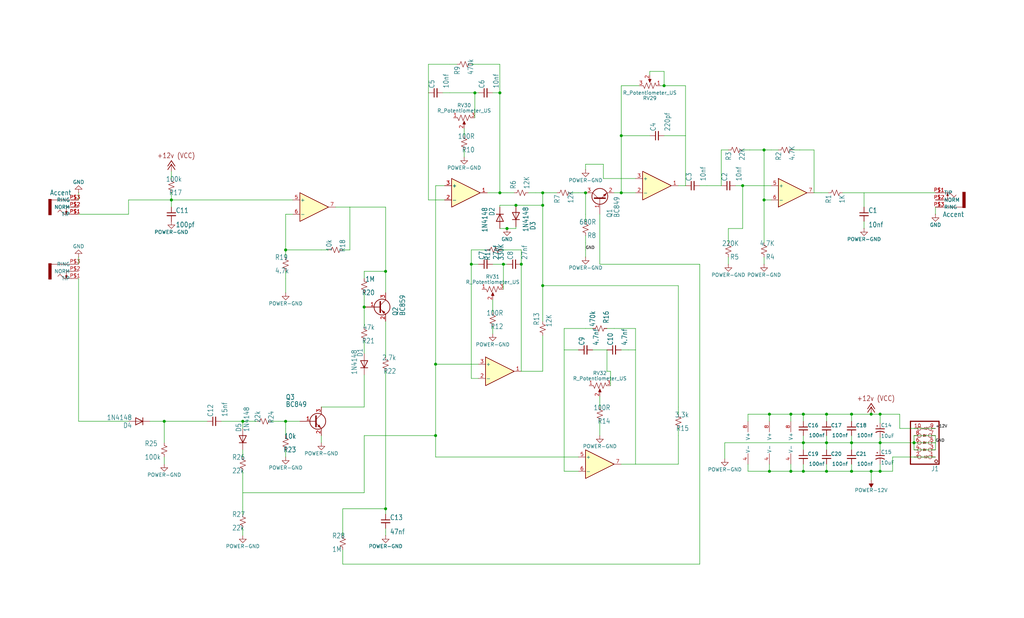
<source format=kicad_sch>
(kicad_sch (version 20231120) (generator "eeschema") (generator_version "8.0")
  (paper "User" 364.236 219.812)
  (lib_symbols
    (symbol "909 Rim-eagle-import:HEADER-EUROPWR_2X05-OPEN"
      (property "Reference" "J" (at -1.27 8.255 0))
      (symbol "HEADER-EUROPWR_2X05-OPEN_1_0"
        (text "+12" (at 3.81 -5.08 0) (effects (font (size 0.762 0.6477))))
        (text "-12" (at 3.81 5.08 0) (effects (font (size 0.762 0.6477))))
        (text "0V" (at 3.81 -2.54 0) (effects (font (size 0.762 0.6477))))
        (text "0V" (at 3.81 0 0) (effects (font (size 0.762 0.6477))))
        (text "0V" (at 3.81 2.54 0) (effects (font (size 0.762 0.6477))))
        (pin passive inverted (at 0 5.08 0) (length 2.54) (name "1") (number "1"))
        (pin passive inverted (at 7.62 -5.08 180) (length 2.54) (name "10") (number "10"))
        (pin passive inverted (at 7.62 5.08 180) (length 2.54) (name "2") (number "2"))
        (pin passive inverted (at 0 2.54 0) (length 2.54) (name "3") (number "3"))
        (pin passive inverted (at 7.62 2.54 180) (length 2.54) (name "4") (number "4"))
        (pin passive inverted (at 0 0 0) (length 2.54) (name "5") (number "5"))
        (pin passive inverted (at 7.62 0 180) (length 2.54) (name "6") (number "6"))
        (pin passive inverted (at 0 -2.54 0) (length 2.54) (name "7") (number "7"))
        (pin passive inverted (at 7.62 -2.54 180) (length 2.54) (name "8") (number "8"))
        (pin passive inverted (at 0 -5.08 0) (length 2.54) (name "9") (number "9"))
      )
    )
    (symbol "909 Rim-eagle-import:JACK_KOBICONN_PJM301DM_V2"
      (symbol "JACK_KOBICONN_PJM301DM_V2_1_0"
        (pin passive line (at -5.08 2.54 0) (length 2.54) (name "TIP") (number "P$1"))
        (pin passive line (at -5.08 0 0) (length 2.54) (name "NORM") (number "P$2"))
        (pin passive line (at -5.08 -2.54 0) (length 2.54) (name "RING") (number "P$3"))
      )
    )
    (symbol "909 Rim-eagle-import:POWER+12V" (power)
      (symbol "POWER+12V_1_0"
        (text "+12v (VCC)" (at -5.08 2.032 0) (effects (font (size 1.778 1.5113)) (justify left bottom)))
        (pin power_in line (at 0 -2.54 90) (length 2.54) (name "+12V") (number "1"))
      )
    )
    (symbol "Amplifier_Operational:TL072" (pin_names (offset 0.127))
      (property "Reference" "U" (at 0 5.08 0))
      (property "Value" "TL072" (at 0 -5.08 0))
      (symbol "TL072_1_1"
        (pin output line (at 7.62 0 180) (length 2.54) (name "~") (number "1"))
        (pin input line (at -7.62 -2.54 0) (length 2.54) (name "-") (number "2"))
        (pin input line (at -7.62 2.54 0) (length 2.54) (name "+") (number "3"))
      )
      (symbol "TL072_2_1"
        (pin input line (at -7.62 2.54 0) (length 2.54) (name "+") (number "5"))
        (pin input line (at -7.62 -2.54 0) (length 2.54) (name "-") (number "6"))
        (pin output line (at 7.62 0 180) (length 2.54) (name "~") (number "7"))
      )
      (symbol "TL072_3_1"
        (pin power_in line (at -2.54 -7.62 90) (length 3.81) (name "V-") (number "4"))
        (pin power_in line (at -2.54 7.62 270) (length 3.81) (name "V+") (number "8"))
      )
    )
    (symbol "Device:C_Polarized_Small_US" (pin_numbers hide) (pin_names (offset 0.254) hide)
      (property "Reference" "C" (at 0.254 1.778 0))
      (property "Value" "C_Polarized_Small_US" (at 0.254 -2.032 0))
      (symbol "C_Polarized_Small_US_1_1"
        (pin passive line (at 0 2.54 270) (length 2.032) (name "~") (number "1"))
        (pin passive line (at 0 -2.54 90) (length 2.032) (name "~") (number "2"))
      )
    )
    (symbol "Device:C_Small" (pin_numbers hide) (pin_names (offset 0.254) hide)
      (property "Reference" "C" (at 0.254 1.778 0))
      (property "Value" "C_Small" (at 0.254 -2.032 0))
      (symbol "C_Small_1_1"
        (pin passive line (at 0 2.54 270) (length 2.032) (name "~") (number "1"))
        (pin passive line (at 0 -2.54 90) (length 2.032) (name "~") (number "2"))
      )
    )
    (symbol "Device:R_Potentiometer_US" (pin_names (offset 1.016) hide)
      (property "Reference" "RV" (at -4.445 0 90))
      (property "Value" "R_Potentiometer_US" (at -2.54 0 90))
      (symbol "R_Potentiometer_US_1_1"
        (pin passive line (at 0 3.81 270) (length 1.27) (name "1") (number "1"))
        (pin passive line (at 3.81 0 180) (length 1.27) (name "2") (number "2"))
        (pin passive line (at 0 -3.81 90) (length 1.27) (name "3") (number "3"))
      )
    )
    (symbol "Device:R_Small_US" (pin_numbers hide) (pin_names (offset 0.254) hide)
      (property "Reference" "R" (at 0.762 0.508 0))
      (property "Value" "R_Small_US" (at 0.762 -1.016 0))
      (symbol "R_Small_US_1_1"
        (pin passive line (at 0 2.54 270) (length 1.016) (name "~") (number "1"))
        (pin passive line (at 0 -2.54 90) (length 1.016) (name "~") (number "2"))
      )
    )
    (symbol "Diode:1N4148WS" (pin_numbers hide) (pin_names hide)
      (property "Reference" "D" (at 0 2.54 0))
      (property "Value" "1N4148WS" (at 0 -2.54 0))
      (symbol "1N4148WS_1_1"
        (pin passive line (at -3.81 0 0) (length 2.54) (name "K") (number "1"))
        (pin passive line (at 3.81 0 180) (length 2.54) (name "A") (number "2"))
      )
    )
    (symbol "Transistor_BJT:BC849" (pin_names (offset 0) hide)
      (property "Reference" "Q" (at 5.08 1.905 0))
      (property "Value" "BC849" (at 5.08 0 0))
      (symbol "BC849_1_1"
        (pin input line (at -5.08 0 0) (length 5.715) (name "B") (number "1"))
        (pin passive line (at 2.54 -5.08 90) (length 2.54) (name "E") (number "2"))
        (pin passive line (at 2.54 5.08 270) (length 2.54) (name "C") (number "3"))
      )
    )
    (symbol "Transistor_BJT:BC859" (pin_names (offset 0) hide)
      (property "Reference" "Q" (at 5.08 1.905 0))
      (property "Value" "BC859" (at 5.08 0 0))
      (symbol "BC859_1_1"
        (pin input line (at -5.08 0 0) (length 5.715) (name "B") (number "1"))
        (pin passive line (at 2.54 -5.08 90) (length 2.54) (name "E") (number "2"))
        (pin passive line (at 2.54 5.08 270) (length 2.54) (name "C") (number "3"))
      )
    )
    (symbol "power:-12V" (power) (pin_numbers hide) (pin_names (offset 0) hide)
      (property "Value" "-12V" (at 0 3.556 0))
      (symbol "-12V_0_0"
        (pin power_in line (at 0 0 90) (length 0) (name "~") (number "1"))
      )
    )
    (symbol "power:GND" (power) (pin_numbers hide) (pin_names (offset 0) hide)
      (property "Value" "GND" (at 0 -3.81 0))
      (symbol "GND_1_1"
        (pin power_in line (at 0 0 270) (length 0) (name "~") (number "1"))
      )
    )
  )
  (junction (at 137.16 180.975))
  (junction (at 193.04 68.58))
  (junction (at 129.54 109.22))
  (junction (at 271.78 53.34))
  (junction (at 60.96 71.12))
  (junction (at 273.685 147.32))
  (junction (at 236.22 30.48))
  (junction (at 220.98 68.58))
  (junction (at 208.28 68.58))
  (junction (at 193.04 73.025))
  (junction (at 285.75 147.32))
  (junction (at 285.75 157.48))
  (junction (at 183.515 73.025))
  (junction (at 86.36 149.86))
  (junction (at 281.305 147.32))
  (junction (at 294.005 167.64))
  (junction (at 167.64 93.98))
  (junction (at 177.8 68.58))
  (junction (at 313.055 157.48))
  (junction (at 137.16 96.52))
  (junction (at 309.88 147.32))
  (junction (at 302.895 157.48))
  (junction (at 325.12 157.48))
  (junction (at 313.055 167.64))
  (junction (at 313.055 147.32))
  (junction (at 302.895 167.64))
  (junction (at 294.005 157.48))
  (junction (at 58.42 149.86))
  (junction (at 273.685 167.64))
  (junction (at 154.94 154.94))
  (junction (at 180.34 81.28))
  (junction (at 285.75 167.64))
  (junction (at 193.04 101.6))
  (junction (at 179.07 93.98))
  (junction (at 281.305 167.64))
  (junction (at 220.98 48.26))
  (junction (at 302.895 147.32))
  (junction (at 309.88 167.64))
  (junction (at 101.6 88.9))
  (junction (at 177.8 33.02))
  (junction (at 154.94 129.54))
  (junction (at 168.91 33.02))
  (junction (at 271.78 71.12))
  (junction (at 185.42 93.98))
  (junction (at 101.6 149.86))
  (junction (at 294.005 147.32))
  (junction (at 264.16 66.04))
  (wire (pts (xy 96.52 149.86) (xy 99.06 149.86)))
  (wire (pts (xy 218.44 116.84) (xy 226.06 116.84)) (stroke (width 0.1524)))
  (wire (pts (xy 27.94 91.44) (xy 27.94 93.98)))
  (wire (pts (xy 241.3 152.4) (xy 241.3 154.94)))
  (wire (pts (xy 285.75 154.94) (xy 285.75 157.48)))
  (wire (pts (xy 187.96 68.58) (xy 190.5 68.58)))
  (wire (pts (xy 121.92 88.9) (xy 124.46 88.9)))
  (wire (pts (xy 185.42 88.9) (xy 185.42 93.98)) (stroke (width 0.1524)))
  (wire (pts (xy 152.4 71.12) (xy 158.115 71.12)) (stroke (width 0.1524)))
  (wire (pts (xy 285.75 157.48) (xy 294.005 157.48)) (stroke (width 0.1524)))
  (wire (pts (xy 294.005 147.32) (xy 302.895 147.32)) (stroke (width 0.1524)))
  (wire (pts (xy 208.28 116.84) (xy 200.66 116.84)) (stroke (width 0.1524)))
  (wire (pts (xy 154.94 162.56) (xy 205.74 162.56)) (stroke (width 0.1524)))
  (wire (pts (xy 154.94 154.94) (xy 154.94 162.56)) (stroke (width 0.1524)))
  (wire (pts (xy 309.88 170.815) (xy 309.88 167.64)))
  (wire (pts (xy 101.6 96.52) (xy 101.6 99.06)))
  (wire (pts (xy 266.065 167.64) (xy 266.065 165.1)) (stroke (width 0.1524)))
  (wire (pts (xy 294.005 165.1) (xy 294.005 167.64)))
  (wire (pts (xy 256.54 53.34) (xy 259.08 53.34)))
  (wire (pts (xy 168.91 33.02) (xy 168.91 41.91)) (stroke (width 0.1524)))
  (wire (pts (xy 294.005 154.94) (xy 294.005 157.48)))
  (wire (pts (xy 183.515 73.025) (xy 193.04 73.025)) (stroke (width 0.1524)))
  (wire (pts (xy 86.36 170.18) (xy 86.36 175.26)) (stroke (width 0.1524)))
  (wire (pts (xy 217.17 132.08) (xy 217.17 137.16)) (stroke (width 0.1524)))
  (wire (pts (xy 129.54 106.68) (xy 129.54 109.22)) (stroke (width 0.1524)))
  (wire (pts (xy 58.42 149.86) (xy 73.66 149.86)) (stroke (width 0.1524)))
  (wire (pts (xy 193.04 73.025) (xy 193.04 68.58)) (stroke (width 0.1524)))
  (wire (pts (xy 121.92 200.66) (xy 121.92 198.12)) (stroke (width 0.1524)))
  (wire (pts (xy 313.055 147.32) (xy 320.04 147.32)) (stroke (width 0.1524)))
  (wire (pts (xy 27.94 76.2) (xy 45.72 76.2)) (stroke (width 0.1524)))
  (wire (pts (xy 208.28 88.9) (xy 208.28 91.44)))
  (wire (pts (xy 78.74 149.86) (xy 86.36 149.86)) (stroke (width 0.1524)))
  (wire (pts (xy 302.895 165.1) (xy 302.895 167.64)))
  (wire (pts (xy 313.055 167.64) (xy 317.5 167.64)) (stroke (width 0.1524)))
  (wire (pts (xy 208.28 58.42) (xy 208.28 60.325)))
  (wire (pts (xy 208.28 76.2) (xy 208.28 78.74)))
  (wire (pts (xy 154.94 66.04) (xy 154.94 129.54)) (stroke (width 0.1524)))
  (wire (pts (xy 213.36 76.2) (xy 213.36 93.98)) (stroke (width 0.1524)))
  (wire (pts (xy 177.8 33.02) (xy 177.8 68.58)) (stroke (width 0.1524)))
  (wire (pts (xy 129.54 96.52) (xy 129.54 99.06)))
  (wire (pts (xy 45.72 71.12) (xy 60.96 71.12)) (stroke (width 0.1524)))
  (wire (pts (xy 86.36 175.26) (xy 129.54 175.26)) (stroke (width 0.1524)))
  (wire (pts (xy 86.36 180.34) (xy 86.36 182.88)))
  (wire (pts (xy 325.12 152.4) (xy 320.04 152.4)) (stroke (width 0.1524)))
  (wire (pts (xy 294.005 157.48) (xy 294.005 160.02)))
  (wire (pts (xy 313.055 147.32) (xy 313.055 150.495)))
  (wire (pts (xy 167.64 134.62) (xy 167.64 93.98)) (stroke (width 0.1524)))
  (wire (pts (xy 60.96 71.12) (xy 104.14 71.12)) (stroke (width 0.1524)))
  (wire (pts (xy 177.8 73.025) (xy 177.8 73.66)) (stroke (width 0.1524)))
  (wire (pts (xy 129.54 96.52) (xy 137.16 96.52)) (stroke (width 0.1524)))
  (wire (pts (xy 281.94 53.34) (xy 284.48 53.34)))
  (wire (pts (xy 213.36 149.86) (xy 213.36 154.94)) (stroke (width 0.1524)))
  (wire (pts (xy 88.9 149.86) (xy 91.44 149.86)))
  (wire (pts (xy 173.355 68.58) (xy 177.8 68.58)) (stroke (width 0.1524)))
  (wire (pts (xy 213.36 93.98) (xy 248.92 93.98)) (stroke (width 0.1524)))
  (wire (pts (xy 101.6 88.9) (xy 101.6 91.44)))
  (wire (pts (xy 302.895 157.48) (xy 313.055 157.48)) (stroke (width 0.1524)))
  (wire (pts (xy 160.02 33.02) (xy 168.91 33.02)) (stroke (width 0.1524)))
  (wire (pts (xy 215.9 124.46) (xy 215.9 132.08)) (stroke (width 0.1524)))
  (wire (pts (xy 302.895 154.94) (xy 302.895 157.48)))
  (wire (pts (xy 167.64 88.9) (xy 167.64 93.98)) (stroke (width 0.1524)))
  (wire (pts (xy 27.94 68.58) (xy 27.94 71.12)))
  (wire (pts (xy 137.16 96.52) (xy 137.16 104.14)) (stroke (width 0.1524)))
  (wire (pts (xy 302.895 157.48) (xy 302.895 160.02)))
  (wire (pts (xy 129.54 144.78) (xy 129.54 133.35)) (stroke (width 0.1524)))
  (wire (pts (xy 332.74 157.48) (xy 325.12 157.48)) (stroke (width 0.1524)))
  (wire (pts (xy 205.74 167.64) (xy 200.66 167.64)) (stroke (width 0.1524)))
  (wire (pts (xy 231.14 48.26) (xy 220.98 48.26)) (stroke (width 0.1524)))
  (wire (pts (xy 273.685 147.32) (xy 273.685 149.86)))
  (wire (pts (xy 234.95 30.48) (xy 236.22 30.48)))
  (wire (pts (xy 178.435 88.9) (xy 185.42 88.9)) (stroke (width 0.1524)))
  (wire (pts (xy 299.72 68.58) (xy 307.34 68.58)) (stroke (width 0.1524)))
  (wire (pts (xy 210.82 124.46) (xy 215.9 124.46)) (stroke (width 0.1524)))
  (wire (pts (xy 137.16 189.23) (xy 137.16 187.96)))
  (wire (pts (xy 137.16 114.3) (xy 137.16 127)) (stroke (width 0.1524)))
  (wire (pts (xy 200.66 116.84) (xy 200.66 124.46)) (stroke (width 0.1524)))
  (wire (pts (xy 177.8 73.025) (xy 183.515 73.025)) (stroke (width 0.1524)))
  (wire (pts (xy 167.64 22.86) (xy 170.18 22.86)))
  (wire (pts (xy 226.06 165.1) (xy 241.3 165.1)) (stroke (width 0.1524)))
  (wire (pts (xy 175.26 106.68) (xy 175.26 111.125)) (stroke (width 0.1524)))
  (wire (pts (xy 208.28 83.82) (xy 208.28 86.36)))
  (wire (pts (xy 271.78 53.34) (xy 271.78 71.12)) (stroke (width 0.1524)))
  (wire (pts (xy 317.5 167.64) (xy 317.5 162.56)) (stroke (width 0.1524)))
  (wire (pts (xy 137.16 189.23) (xy 137.16 190.5)) (stroke (width 0.1524)))
  (wire (pts (xy 302.895 147.32) (xy 309.88 147.32)))
  (wire (pts (xy 124.46 73.66) (xy 137.16 73.66)) (stroke (width 0.1524)))
  (wire (pts (xy 259.08 81.28) (xy 259.08 86.36)) (stroke (width 0.1524)))
  (wire (pts (xy 285.75 157.48) (xy 285.75 160.02)))
  (wire (pts (xy 289.56 53.34) (xy 289.56 68.58)) (stroke (width 0.1524)))
  (wire (pts (xy 274.32 53.34) (xy 271.78 53.34)) (stroke (width 0.1524)))
  (wire (pts (xy 152.4 33.02) (xy 152.4 22.86)) (stroke (width 0.1524)))
  (wire (pts (xy 121.92 180.975) (xy 137.16 180.975)) (stroke (width 0.1524)))
  (wire (pts (xy 86.36 160.02) (xy 86.36 162.56)))
  (wire (pts (xy 332.74 152.4) (xy 325.12 152.4)) (stroke (width 0.1524)))
  (wire (pts (xy 256.54 53.34) (xy 256.54 66.04)) (stroke (width 0.1524)))
  (wire (pts (xy 226.06 116.84) (xy 226.06 124.46)) (stroke (width 0.1524)))
  (wire (pts (xy 266.7 53.34) (xy 271.78 53.34)) (stroke (width 0.1524)))
  (wire (pts (xy 200.66 124.46) (xy 205.74 124.46)) (stroke (width 0.1524)))
  (wire (pts (xy 266.065 167.64) (xy 273.685 167.64)) (stroke (width 0.1524)))
  (wire (pts (xy 302.895 147.32) (xy 302.895 149.86)))
  (wire (pts (xy 264.16 66.04) (xy 274.32 66.04)) (stroke (width 0.1524)))
  (wire (pts (xy 157.48 33.02) (xy 160.02 33.02)))
  (wire (pts (xy 183.515 81.28) (xy 183.515 80.645)) (stroke (width 0.1524)))
  (wire (pts (xy 101.6 104.14) (xy 101.6 99.06)) (stroke (width 0.1524)))
  (wire (pts (xy 175.26 33.02) (xy 177.8 33.02)))
  (wire (pts (xy 273.685 147.32) (xy 281.305 147.32)) (stroke (width 0.1524)))
  (wire (pts (xy 60.96 71.12) (xy 60.96 73.66)) (stroke (width 0.1524)))
  (wire (pts (xy 129.54 104.14) (xy 129.54 106.68)))
  (wire (pts (xy 264.16 81.28) (xy 259.08 81.28)) (stroke (width 0.1524)))
  (wire (pts (xy 332.74 157.48) (xy 332.74 160.02)) (stroke (width 0.1524)))
  (wire (pts (xy 129.54 109.22) (xy 129.54 116.205)) (stroke (width 0.1524)))
  (wire (pts (xy 257.81 157.48) (xy 285.75 157.48)) (stroke (width 0.1524)))
  (wire (pts (xy 101.6 149.86) (xy 101.6 152.4)) (stroke (width 0.1524)))
  (wire (pts (xy 121.92 195.58) (xy 121.92 198.12)))
  (wire (pts (xy 292.1 68.58) (xy 289.56 68.58)) (stroke (width 0.1524)))
  (wire (pts (xy 302.895 167.64) (xy 309.88 167.64)) (stroke (width 0.1524)))
  (wire (pts (xy 114.3 144.78) (xy 129.54 144.78)) (stroke (width 0.1524)))
  (wire (pts (xy 294.005 157.48) (xy 302.895 157.48)))
  (wire (pts (xy 152.4 22.86) (xy 160.02 22.86)) (stroke (width 0.1524)))
  (wire (pts (xy 180.34 68.58) (xy 182.88 68.58)))
  (wire (pts (xy 231.14 25.4) (xy 231.14 26.67)) (stroke (width 0.1524)))
  (wire (pts (xy 259.08 91.44) (xy 259.08 93.98)))
  (wire (pts (xy 101.6 149.86) (xy 106.68 149.86)) (stroke (width 0.1524)))
  (wire (pts (xy 220.98 68.58) (xy 226.06 68.58)) (stroke (width 0.1524)))
  (wire (pts (xy 154.94 129.54) (xy 170.18 129.54)) (stroke (width 0.1524)))
  (wire (pts (xy 241.3 66.04) (xy 243.84 66.04)) (stroke (width 0.1524)))
  (wire (pts (xy 172.72 88.9) (xy 167.64 88.9)) (stroke (width 0.1524)))
  (wire (pts (xy 104.14 76.2) (xy 101.6 76.2)) (stroke (width 0.1524)))
  (wire (pts (xy 231.14 25.4) (xy 236.22 25.4)) (stroke (width 0.1524)))
  (wire (pts (xy 313.055 147.32) (xy 309.88 147.32)))
  (wire (pts (xy 257.81 157.48) (xy 257.81 163.195)) (stroke (width 0.1524)))
  (wire (pts (xy 121.92 187.96) (xy 121.92 190.5)))
  (wire (pts (xy 114.3 88.9) (xy 116.84 88.9)))
  (wire (pts (xy 101.6 152.4) (xy 101.6 154.94)))
  (wire (pts (xy 285.75 147.32) (xy 294.005 147.32)))
  (wire (pts (xy 53.34 149.86) (xy 58.42 149.86)))
  (wire (pts (xy 227.33 30.48) (xy 220.98 30.48)) (stroke (width 0.1524)))
  (wire (pts (xy 119.38 73.66) (xy 124.46 73.66)) (stroke (width 0.1524)))
  (wire (pts (xy 325.12 157.48) (xy 325.12 154.94)) (stroke (width 0.1524)))
  (wire (pts (xy 273.685 165.1) (xy 273.685 167.64)))
  (wire (pts (xy 309.88 167.64) (xy 313.055 167.64)) (stroke (width 0.1524)))
  (wire (pts (xy 86.36 167.64) (xy 86.36 170.18)))
  (wire (pts (xy 86.36 175.26) (xy 86.36 180.34)) (stroke (width 0.1524)))
  (wire (pts (xy 220.98 165.1) (xy 226.06 165.1)) (stroke (width 0.1524)))
  (wire (pts (xy 325.12 162.56) (xy 332.74 162.56)) (stroke (width 0.1524)))
  (wire (pts (xy 248.92 93.98) (xy 248.92 200.66)) (stroke (width 0.1524)))
  (wire (pts (xy 271.78 91.44) (xy 271.78 93.98)))
  (wire (pts (xy 129.54 125.73) (xy 129.54 121.285)) (stroke (width 0.1524)))
  (wire (pts (xy 152.4 71.12) (xy 152.4 33.02)) (stroke (width 0.1524)))
  (wire (pts (xy 180.34 81.28) (xy 183.515 81.28)) (stroke (width 0.1524)))
  (wire (pts (xy 281.305 167.64) (xy 285.75 167.64)) (stroke (width 0.1524)))
  (wire (pts (xy 158.115 66.04) (xy 154.94 66.04)) (stroke (width 0.1524)))
  (wire (pts (xy 213.36 140.97) (xy 213.36 144.78)))
  (wire (pts (xy 313.055 155.575) (xy 313.055 157.48)) (stroke (width 0.1524)))
  (wire (pts (xy 203.2 68.58) (xy 205.74 68.58)))
  (wire (pts (xy 281.305 165.1) (xy 281.305 167.64)))
  (wire (pts (xy 101.6 76.2) (xy 101.6 88.9)) (stroke (width 0.1524)))
  (wire (pts (xy 294.005 167.64) (xy 302.895 167.64)) (stroke (width 0.1524)))
  (wire (pts (xy 214.63 63.5) (xy 214.63 58.42)))
  (wire (pts (xy 165.1 53.34) (xy 165.1 55.88)))
  (wire (pts (xy 241.3 144.78) (xy 241.3 147.32)))
  (wire (pts (xy 170.18 134.62) (xy 167.64 134.62)) (stroke (width 0.1524)))
  (wire (pts (xy 185.42 132.08) (xy 193.04 132.08)) (stroke (width 0.1524)))
  (wire (pts (xy 218.44 68.58) (xy 220.98 68.58)) (stroke (width 0.1524)))
  (wire (pts (xy 190.5 68.58) (xy 193.04 68.58)) (stroke (width 0.1524)))
  (wire (pts (xy 137.16 132.08) (xy 137.16 180.975)) (stroke (width 0.1524)))
  (wire (pts (xy 193.04 111.76) (xy 193.04 101.6)) (stroke (width 0.1524)))
  (wire (pts (xy 285.75 167.64) (xy 294.005 167.64)) (stroke (width 0.1524)))
  (wire (pts (xy 114.3 154.94) (xy 114.3 157.48)))
  (wire (pts (xy 58.42 149.86) (xy 58.42 157.48)))
  (wire (pts (xy 248.92 200.66) (xy 121.92 200.66)) (stroke (width 0.1524)))
  (wire (pts (xy 281.305 147.32) (xy 285.75 147.32)) (stroke (width 0.1524)))
  (wire (pts (xy 313.055 167.64) (xy 309.88 167.64)))
  (wire (pts (xy 273.685 167.64) (xy 281.305 167.64)) (stroke (width 0.1524)))
  (wire (pts (xy 325.12 154.94) (xy 332.74 154.94)) (stroke (width 0.1524)))
  (wire (pts (xy 332.74 160.02) (xy 325.12 160.02)) (stroke (width 0.1524)))
  (wire (pts (xy 243.84 66.04) (xy 243.84 48.26)) (stroke (width 0.1524)))
  (wire (pts (xy 27.94 149.86) (xy 45.72 149.86)))
  (wire (pts (xy 195.58 68.58) (xy 198.12 68.58)))
  (wire (pts (xy 241.3 165.1) (xy 241.3 154.94)) (stroke (width 0.1524)))
  (wire (pts (xy 193.04 68.58) (xy 195.58 68.58)) (stroke (width 0.1524)))
  (wire (pts (xy 177.8 81.28) (xy 180.34 81.28)) (stroke (width 0.1524)))
  (wire (pts (xy 241.3 101.6) (xy 193.04 101.6)) (stroke (width 0.1524)))
  (wire (pts (xy 208.28 116.84) (xy 210.82 116.84)))
  (wire (pts (xy 177.8 22.86) (xy 177.8 33.02)) (stroke (width 0.1524)))
  (wire (pts (xy 264.16 66.04) (xy 264.16 81.28)) (stroke (width 0.1524)))
  (wire (pts (xy 243.84 30.48) (xy 243.84 48.26)) (stroke (width 0.1524)))
  (wire (pts (xy 332.74 73.66) (xy 332.74 76.2)))
  (wire (pts (xy 313.055 157.48) (xy 313.055 160.02)) (stroke (width 0.1524)))
  (wire (pts (xy 179.07 93.98) (xy 180.34 93.98)) (stroke (width 0.1524)))
  (wire (pts (xy 226.06 124.46) (xy 226.06 165.1)) (stroke (width 0.1524)))
  (wire (pts (xy 284.48 53.34) (xy 289.56 53.34)) (stroke (width 0.1524)))
  (wire (pts (xy 129.54 154.94) (xy 154.94 154.94)) (stroke (width 0.1524)))
  (wire (pts (xy 285.75 165.1) (xy 285.75 167.64)))
  (wire (pts (xy 86.36 149.86) (xy 88.9 149.86)) (stroke (width 0.1524)))
  (wire (pts (xy 86.36 149.86) (xy 86.36 152.4)) (stroke (width 0.1524)))
  (wire (pts (xy 332.74 154.94) (xy 332.74 157.48)) (stroke (width 0.1524)))
  (wire (pts (xy 215.9 116.84) (xy 218.44 116.84)))
  (wire (pts (xy 193.04 101.6) (xy 193.04 73.025)) (stroke (width 0.1524)))
  (wire (pts (xy 177.8 22.86) (xy 170.18 22.86)) (stroke (width 0.1524)))
  (wire (pts (xy 325.12 160.02) (xy 325.12 157.48)) (stroke (width 0.1524)))
  (wire (pts (xy 274.32 71.12) (xy 271.78 71.12)) (stroke (width 0.1524)))
  (wire (pts (xy 236.22 30.48) (xy 243.84 30.48)) (stroke (width 0.1524)))
  (wire (pts (xy 137.16 73.66) (xy 137.16 96.52)) (stroke (width 0.1524)))
  (wire (pts (xy 307.34 68.58) (xy 332.74 68.58)) (stroke (width 0.1524)))
  (wire (pts (xy 205.74 68.58) (xy 208.28 68.58)) (stroke (width 0.1524)))
  (wire (pts (xy 313.055 157.48) (xy 325.12 157.48)) (stroke (width 0.1524)))
  (wire (pts (xy 317.5 162.56) (xy 325.12 162.56)) (stroke (width 0.1524)))
  (wire (pts (xy 223.52 124.46) (xy 226.06 124.46)) (stroke (width 0.1524)))
  (wire (pts (xy 236.22 25.4) (xy 236.22 30.48)) (stroke (width 0.1524)))
  (wire (pts (xy 226.06 63.5) (xy 214.63 63.5)))
  (wire (pts (xy 307.34 78.74) (xy 307.34 81.28)))
  (wire (pts (xy 214.63 58.42) (xy 208.28 58.42)))
  (wire (pts (xy 185.42 93.98) (xy 185.42 132.08)) (stroke (width 0.1524)))
  (wire (pts (xy 137.16 180.975) (xy 137.16 182.88)) (stroke (width 0.1524)))
  (wire (pts (xy 121.92 187.96) (xy 121.92 180.975)) (stroke (width 0.1524)))
  (wire (pts (xy 175.26 116.205) (xy 175.26 118.745)))
  (wire (pts (xy 200.66 167.64) (xy 200.66 124.46)) (stroke (width 0.1524)))
  (wire (pts (xy 99.06 149.86) (xy 101.6 149.86)) (stroke (width 0.1524)))
  (wire (pts (xy 177.8 68.58) (xy 180.34 68.58)) (stroke (width 0.1524)))
  (wire (pts (xy 285.75 147.32) (xy 285.75 149.86)))
  (wire (pts (xy 175.26 93.98) (xy 179.07 93.98)) (stroke (width 0.1524)))
  (wire (pts (xy 220.98 124.46) (xy 223.52 124.46)))
  (wire (pts (xy 274.32 53.34) (xy 276.86 53.34)))
  (wire (pts (xy 220.98 30.48) (xy 220.98 48.26)) (stroke (width 0.1524)))
  (wire (pts (xy 313.055 165.1) (xy 313.055 167.64)))
  (wire (pts (xy 220.98 48.26) (xy 220.98 68.58)) (stroke (width 0.1524)))
  (wire (pts (xy 170.18 93.98) (xy 167.64 93.98)))
  (wire (pts (xy 154.94 129.54) (xy 154.94 154.94)) (stroke (width 0.1524)))
  (wire (pts (xy 248.92 66.04) (xy 251.46 66.04)))
  (wire (pts (xy 281.305 147.32) (xy 281.305 149.86)))
  (wire (pts (xy 45.72 76.2) (xy 45.72 71.12)) (stroke (width 0.1524)))
  (wire (pts (xy 168.91 33.02) (xy 170.18 33.02)) (stroke (width 0.1524)))
  (wire (pts (xy 60.96 60.96) (xy 60.96 63.5)))
  (wire (pts (xy 60.96 68.58) (xy 60.96 71.12)))
  (wire (pts (xy 193.04 111.76) (xy 193.04 114.3)))
  (wire (pts (xy 292.1 68.58) (xy 294.64 68.58)))
  (wire (pts (xy 124.46 88.9) (xy 124.46 73.66)) (stroke (width 0.1524)))
  (wire (pts (xy 165.1 45.72) (xy 165.1 48.26)))
  (wire (pts (xy 114.3 88.9) (xy 101.6 88.9)) (stroke (width 0.1524)))
  (wire (pts (xy 241.3 144.78) (xy 241.3 101.6)) (stroke (width 0.1524)))
  (wire (pts (xy 129.54 175.26) (xy 129.54 154.94)) (stroke (width 0.1524)))
  (wire (pts (xy 261.62 66.04) (xy 264.16 66.04)))
  (wire (pts (xy 215.9 132.08) (xy 217.17 132.08)) (stroke (width 0.1524)))
  (wire (pts (xy 208.28 88.9) (xy 208.28 86.36)) (stroke (width 0.1524)))
  (wire (pts (xy 58.42 162.56) (xy 58.42 165.1)))
  (wire (pts (xy 266.065 147.32) (xy 266.065 149.86)) (stroke (width 0.1524)))
  (wire (pts (xy 294.005 147.32) (xy 294.005 149.86)))
  (wire (pts (xy 307.34 68.58) (xy 307.34 73.66)) (stroke (width 0.1524)))
  (wire (pts (xy 160.02 22.86) (xy 162.56 22.86)))
  (wire (pts (xy 266.065 147.32) (xy 273.685 147.32)) (stroke (width 0.1524)))
  (wire (pts (xy 264.16 53.34) (xy 266.7 53.34)))
  (wire (pts (xy 271.78 71.12) (xy 271.78 86.36)) (stroke (width 0.1524)))
  (wire (pts (xy 243.84 48.26) (xy 236.22 48.26)) (stroke (width 0.1524)))
  (wire (pts (xy 27.94 99.06) (xy 27.94 149.86)))
  (wire (pts (xy 101.6 160.02) (xy 101.6 162.56)))
  (wire (pts (xy 193.04 119.38) (xy 193.04 132.08)) (stroke (width 0.1524)))
  (wire (pts (xy 179.07 93.98) (xy 179.07 102.87)))
  (wire (pts (xy 208.28 68.58) (xy 208.28 76.2)) (stroke (width 0.1524)))
  (wire (pts (xy 256.54 66.04) (xy 251.46 66.04)) (stroke (width 0.1524)))
  (wire (pts (xy 86.36 187.96) (xy 86.36 190.5)))
  (wire (pts (xy 320.04 152.4) (xy 320.04 147.32)) (stroke (width 0.1524)))
  (label "+12V" (at 332.74 152.4 0) (effects (font (size 1.016 1.016))))
  (label "GND" (at 332.74 157.48 0) (effects (font (size 1.016 1.016))))
  (label "GND" (at 208.28 88.9 0) (effects (font (size 1.016 1.016))))
  (symbol (lib_id "power:GND") (at 257.81 163.195 0) (unit 1)
    (property "Reference" "#PWR018" (effects (hide yes)))
    (property "Value" "POWER-GND" (at 257.81 167.005 0))
    (property "Description" "Power symbol creates a global label with name \"GND\" , ground" (effects (hide yes)))
  )
  (symbol (lib_id "Device:C_Small") (at 285.75 162.56 0) (unit 1)
    (property "Reference" "C19" (at 287.274 162.179 0) (effects (justify left bottom)))
    (property "Value" "100nf" (at 287.655 165.735 0) (effects (justify left bottom)))
    (property "Footprint" "Capacitor_SMD:C_0603_1608Metric" (effects (hide yes)))
    (property "Description" "Unpolarized capacitor, small symbol" (effects (hide yes)))
  )
  (symbol (lib_id "Diode:1N4148WS") (at 49.53 149.86 180) (unit 1)
    (property "Reference" "D4" (at 46.99 150.3426 0) (effects (font (size 1.778 1.5113)) (justify left bottom)))
    (property "Value" "1N4148" (at 46.99 147.5486 0) (effects (font (size 1.778 1.5113)) (justify left bottom)))
    (property "Footprint" "Diode_SMD:D_SOD-323" (effects (hide yes)))
    (property "Datasheet" "https://www.vishay.com/docs/85751/1n4148ws.pdf" (effects (hide yes)))
    (property "Description" "75V 0.15A Fast switching Diode, SOD-323" (effects (hide yes)))
    (property "Sim.Device" "D" (effects (hide yes)))
    (property "Sim.Pins" "1=K 2=A" (effects (hide yes)))
  )
  (symbol (lib_id "Device:R_Small_US") (at 213.36 147.32 180) (unit 1)
    (property "Reference" "R14" (at 217.17 148.8186 0) (effects (font (size 1.778 1.5113)) (justify left bottom)))
    (property "Value" "100R" (at 217.17 144.018 0) (effects (font (size 1.778 1.5113)) (justify left bottom)))
    (property "Footprint" "Resistor_SMD:R_0603_1608Metric" (effects (hide yes)))
    (property "Description" "Resistor, small US symbol" (effects (hide yes)))
  )
  (symbol (lib_id "909 Rim-eagle-import:JACK_KOBICONN_PJM301DM_V2") (at 337.82 71.12 0) (unit 1)
    (property "Reference" "OUT0" (effects (hide yes)))
    (property "Value" "Accent" (at 335.28 77.216 0) (effects (font (size 1.778 1.5113)) (justify left bottom)))
    (property "Footprint" "909 Rim:KOBICONN_PJM301DM_JACK" (effects (hide yes)))
  )
  (symbol (lib_id "Device:R_Potentiometer_US") (at 213.36 137.16 90) (mirror x) (unit 1)
    (property "Reference" "RV32" (at 213.36 132.715 90))
    (property "Value" "R_Potentiometer_US" (at 213.36 134.62 90))
    (property "Footprint" "909 Rim:9MM_PLS_1879502" (effects (hide yes)))
    (property "Description" "Potentiometer, US symbol" (effects (hide yes)))
  )
  (symbol (lib_id "Amplifier_Operational:TL072") (at 213.36 165.1 0) (unit 2)
    (property "Reference" "IC2" (effects (hide yes)))
    (property "Value" "TL072" (effects (hide yes)))
    (property "Footprint" "Package_SO:SOIC-8_3.9x4.9mm_P1.27mm" (effects (hide yes)))
    (property "Datasheet" "http://www.ti.com/lit/ds/symlink/tl071.pdf" (effects (hide yes)))
    (property "Description" "Dual Low-Noise JFET-Input Operational Amplifiers, DIP-8/SOIC-8" (effects (hide yes)))
  )
  (symbol (lib_id "Device:C_Small") (at 60.96 76.2 0) (unit 1)
    (property "Reference" "C11" (at 62.484 75.819 0) (effects (font (size 1.778 1.5113)) (justify left bottom)))
    (property "Value" "100pf" (at 62.484 80.899 0) (effects (font (size 1.778 1.5113)) (justify left bottom)))
    (property "Footprint" "Capacitor_SMD:C_0603_1608Metric" (effects (hide yes)))
    (property "Description" "Unpolarized capacitor, small symbol" (effects (hide yes)))
  )
  (symbol (lib_id "power:GND") (at 307.34 81.28 0) (unit 1)
    (property "Reference" "#PWR02" (effects (hide yes)))
    (property "Value" "POWER-GND" (at 307.34 85.09 0))
    (property "Description" "Power symbol creates a global label with name \"GND\" , ground" (effects (hide yes)))
  )
  (symbol (lib_id "Device:R_Small_US") (at 175.26 113.665 180) (unit 1)
    (property "Reference" "R12" (at 179.07 115.1636 0) (effects (font (size 1.778 1.5113)) (justify left bottom)))
    (property "Value" "100R" (at 179.07 110.363 0) (effects (font (size 1.778 1.5113)) (justify left bottom)))
    (property "Footprint" "Resistor_SMD:R_0603_1608Metric" (effects (hide yes)))
    (property "Description" "Resistor, small US symbol" (effects (hide yes)))
  )
  (symbol (lib_id "Device:R_Potentiometer_US") (at 165.1 41.91 90) (mirror x) (unit 1)
    (property "Reference" "RV30" (at 165.1 37.465 90))
    (property "Value" "R_Potentiometer_US" (at 165.1 39.37 90))
    (property "Footprint" "909 Rim:9MM_PLS_1879502" (effects (hide yes)))
    (property "Description" "Potentiometer, US symbol" (effects (hide yes)))
  )
  (symbol (lib_id "power:GND") (at 58.42 165.1 0) (unit 1)
    (property "Reference" "#PWR011" (effects (hide yes)))
    (property "Value" "POWER-GND" (at 58.42 168.91 0))
    (property "Description" "Power symbol creates a global label with name \"GND\" , ground" (effects (hide yes)))
  )
  (symbol (lib_id "power:GND") (at 259.08 93.98 0) (unit 1)
    (property "Reference" "#PWR04" (effects (hide yes)))
    (property "Value" "POWER-GND" (at 259.08 97.79 0))
    (property "Description" "Power symbol creates a global label with name \"GND\" , ground" (effects (hide yes)))
  )
  (symbol (lib_id "Transistor_BJT:BC849") (at 111.76 149.86 0) (unit 1)
    (property "Reference" "Q3" (at 101.6 142.24 0) (effects (font (size 1.778 1.5113)) (justify left bottom)))
    (property "Value" "BC849" (at 101.6 144.78 0) (effects (font (size 1.778 1.5113)) (justify left bottom)))
    (property "Footprint" "Package_TO_SOT_SMD:SOT-23" (effects (hide yes)))
    (property "Datasheet" "http://www.infineon.com/dgdl/Infineon-BC847SERIES_BC848SERIES_BC849SERIES_BC850SERIES-DS-v01_01-en.pdf?fileId=db3a304314dca389011541d4630a1657" (effects (hide yes)))
    (property "Description" "0.1A Ic, 30V Vce, NPN Transistor, SOT-23" (effects (hide yes)))
  )
  (symbol (lib_id "Device:C_Small") (at 182.88 93.98 90) (unit 1)
    (property "Reference" "C8" (at 182.499 92.456 0) (effects (font (size 1.778 1.5113)) (justify left bottom)))
    (property "Value" "27nf" (at 187.579 92.456 0) (effects (font (size 1.778 1.5113)) (justify left bottom)))
    (property "Footprint" "Capacitor_SMD:C_0603_1608Metric" (effects (hide yes)))
    (property "Description" "Unpolarized capacitor, small symbol" (effects (hide yes)))
  )
  (symbol (lib_id "Device:R_Small_US") (at 86.36 185.42 0) (unit 1)
    (property "Reference" "R27" (at 82.55 183.9214 0) (effects (font (size 1.778 1.5113)) (justify left bottom)))
    (property "Value" "22k" (at 82.55 188.722 0) (effects (font (size 1.778 1.5113)) (justify left bottom)))
    (property "Footprint" "Resistor_SMD:R_0603_1608Metric" (effects (hide yes)))
    (property "Description" "Resistor, small US symbol" (effects (hide yes)))
  )
  (symbol (lib_id "Amplifier_Operational:TL072") (at 165.735 68.58 0) (unit 1)
    (property "Reference" "IC3" (effects (hide yes)))
    (property "Value" "TL072" (effects (hide yes)))
    (property "Footprint" "Package_SO:SOIC-8_3.9x4.9mm_P1.27mm" (effects (hide yes)))
    (property "Datasheet" "http://www.ti.com/lit/ds/symlink/tl071.pdf" (effects (hide yes)))
    (property "Description" "Dual Low-Noise JFET-Input Operational Amplifiers, DIP-8/SOIC-8" (effects (hide yes)))
  )
  (symbol (lib_id "Device:R_Small_US") (at 101.6 157.48 180) (unit 1)
    (property "Reference" "R23" (at 105.41 158.9786 0) (effects (font (size 1.778 1.5113)) (justify left bottom)))
    (property "Value" "10k" (at 105.41 154.178 0) (effects (font (size 1.778 1.5113)) (justify left bottom)))
    (property "Footprint" "Resistor_SMD:R_0603_1608Metric" (effects (hide yes)))
    (property "Description" "Resistor, small US symbol" (effects (hide yes)))
  )
  (symbol (lib_id "power:GND") (at 60.96 78.74 0) (unit 1)
    (property "Reference" "#PWR07" (effects (hide yes)))
    (property "Value" "POWER-GND" (at 60.96 82.55 0))
    (property "Description" "Power symbol creates a global label with name \"GND\" , ground" (effects (hide yes)))
  )
  (symbol (lib_id "Device:R_Small_US") (at 241.3 149.86 180) (unit 1)
    (property "Reference" "R15" (at 245.11 151.3586 0) (effects (font (size 1.778 1.5113)) (justify left bottom)))
    (property "Value" "3.3k" (at 245.11 146.558 0) (effects (font (size 1.778 1.5113)) (justify left bottom)))
    (property "Footprint" "Resistor_SMD:R_0603_1608Metric" (effects (hide yes)))
    (property "Description" "Resistor, small US symbol" (effects (hide yes)))
  )
  (symbol (lib_id "Diode:1N4148WS") (at 177.8 77.47 270) (unit 1)
    (property "Reference" "D2" (at 173.99 73.66 0) (effects (font (size 1.778 1.5113)) (justify left bottom)))
    (property "Value" "1N4148" (at 171.45 73.66 0) (effects (font (size 1.778 1.5113)) (justify left bottom)))
    (property "Footprint" "Diode_SMD:D_SOD-323" (effects (hide yes)))
    (property "Datasheet" "https://www.vishay.com/docs/85751/1n4148ws.pdf" (effects (hide yes)))
    (property "Description" "75V 0.15A Fast switching Diode, SOD-323" (effects (hide yes)))
    (property "Sim.Device" "D" (effects (hide yes)))
    (property "Sim.Pins" "1=K 2=A" (effects (hide yes)))
  )
  (symbol (lib_id "Device:C_Small") (at 172.72 93.98 90) (unit 1)
    (property "Reference" "C7" (at 172.339 92.456 0) (effects (font (size 1.778 1.5113)) (justify left bottom)))
    (property "Value" "27nf" (at 177.419 92.456 0) (effects (font (size 1.778 1.5113)) (justify left bottom)))
    (property "Footprint" "Capacitor_SMD:C_0603_1608Metric" (effects (hide yes)))
    (property "Description" "Unpolarized capacitor, small symbol" (effects (hide yes)))
  )
  (symbol (lib_id "power:GND") (at 86.36 190.5 0) (unit 1)
    (property "Reference" "#PWR012" (effects (hide yes)))
    (property "Value" "POWER-GND" (at 86.36 194.31 0))
    (property "Description" "Power symbol creates a global label with name \"GND\" , ground" (effects (hide yes)))
  )
  (symbol (lib_id "Device:R_Small_US") (at 200.66 68.58 90) (unit 1)
    (property "Reference" "R7" (at 199.1614 72.39 0) (effects (font (size 1.778 1.5113)) (justify left bottom)))
    (property "Value" "12K" (at 203.962 72.39 0) (effects (font (size 1.778 1.5113)) (justify left bottom)))
    (property "Footprint" "Resistor_SMD:R_0603_1608Metric" (effects (hide yes)))
    (property "Description" "Resistor, small US symbol" (effects (hide yes)))
  )
  (symbol (lib_id "power:GND") (at 180.34 81.28 0) (unit 1)
    (property "Reference" "#PWR017" (effects (hide yes)))
    (property "Value" "GND" (at 180.34 85.09 0))
    (property "Description" "Power symbol creates a global label with name \"GND\" , ground" (effects (hide yes)))
  )
  (symbol (lib_id "Device:C_Polarized_Small_US") (at 313.055 162.56 0) (unit 1)
    (property "Reference" "C15" (at 313.309 160.782 0) (effects (justify left)))
    (property "Value" "10uF" (at 313.309 164.592 0) (effects (justify left)))
    (property "Footprint" "909 Rim:E2,5-5" (effects (hide yes)))
    (property "Description" "Polarized capacitor, small US symbol" (effects (hide yes)))
  )
  (symbol (lib_id "Device:R_Small_US") (at 101.6 93.98 0) (unit 1)
    (property "Reference" "R19" (at 97.79 92.4814 0) (effects (font (size 1.778 1.5113)) (justify left bottom)))
    (property "Value" "4.7k" (at 97.79 97.282 0) (effects (font (size 1.778 1.5113)) (justify left bottom)))
    (property "Footprint" "Resistor_SMD:R_0603_1608Metric" (effects (hide yes)))
    (property "Description" "Resistor, small US symbol" (effects (hide yes)))
  )
  (symbol (lib_id "Device:C_Small") (at 76.2 149.86 90) (unit 1)
    (property "Reference" "C12" (at 75.819 148.336 0) (effects (font (size 1.778 1.5113)) (justify left bottom)))
    (property "Value" "15nf" (at 80.899 148.336 0) (effects (font (size 1.778 1.5113)) (justify left bottom)))
    (property "Footprint" "Capacitor_SMD:C_0603_1608Metric" (effects (hide yes)))
    (property "Description" "Unpolarized capacitor, small symbol" (effects (hide yes)))
  )
  (symbol (lib_id "Amplifier_Operational:TL072") (at 276.225 157.48 0) (unit 3)
    (property "Reference" "IC3" (effects (hide yes)))
    (property "Value" "TL072" (effects (hide yes)))
    (property "Footprint" "Package_SO:SOIC-8_3.9x4.9mm_P1.27mm" (effects (hide yes)))
    (property "Datasheet" "http://www.ti.com/lit/ds/symlink/tl071.pdf" (effects (hide yes)))
    (property "Description" "Dual Low-Noise JFET-Input Operational Amplifiers, DIP-8/SOIC-8" (effects (hide yes)))
  )
  (symbol (lib_id "Diode:1N4148WS") (at 129.54 129.54 90) (unit 1)
    (property "Reference" "D1" (at 129.0574 127 0) (effects (font (size 1.778 1.5113)) (justify left bottom)))
    (property "Value" "1N4148" (at 127 133.35 0) (effects (font (size 1.778 1.5113)) (justify left bottom)))
    (property "Footprint" "Diode_SMD:D_SOD-323" (effects (hide yes)))
    (property "Datasheet" "https://www.vishay.com/docs/85751/1n4148ws.pdf" (effects (hide yes)))
    (property "Description" "75V 0.15A Fast switching Diode, SOD-323" (effects (hide yes)))
    (property "Sim.Device" "D" (effects (hide yes)))
    (property "Sim.Pins" "1=K 2=A" (effects (hide yes)))
  )
  (symbol (lib_id "Device:R_Small_US") (at 129.54 101.6 180) (unit 1)
    (property "Reference" "R20" (at 133.35 103.0986 0) (effects (font (size 1.778 1.5113)) (justify left bottom)))
    (property "Value" "1M" (at 133.35 98.298 0) (effects (font (size 1.778 1.5113)) (justify left bottom)))
    (property "Footprint" "Resistor_SMD:R_0603_1608Metric" (effects (hide yes)))
    (property "Description" "Resistor, small US symbol" (effects (hide yes)))
  )
  (symbol (lib_id "Device:C_Small") (at 218.44 124.46 90) (unit 1)
    (property "Reference" "C10" (at 218.059 122.936 0) (effects (font (size 1.778 1.5113)) (justify left bottom)))
    (property "Value" "4.7nf" (at 223.139 122.936 0) (effects (font (size 1.778 1.5113)) (justify left bottom)))
    (property "Footprint" "Capacitor_SMD:C_0603_1608Metric" (effects (hide yes)))
    (property "Description" "Unpolarized capacitor, small symbol" (effects (hide yes)))
  )
  (symbol (lib_id "Device:R_Potentiometer_US") (at 231.14 30.48 270) (mirror x) (unit 1)
    (property "Reference" "RV29" (at 231.14 34.925 90))
    (property "Value" "R_Potentiometer_US" (at 231.14 33.02 90))
    (property "Footprint" "909 Rim:9MM_PLS_1879502" (effects (hide yes)))
    (property "Description" "Potentiometer, US symbol" (effects (hide yes)))
  )
  (symbol (lib_id "power:GND") (at 101.6 104.14 0) (unit 1)
    (property "Reference" "#PWR08" (effects (hide yes)))
    (property "Value" "POWER-GND" (at 101.6 107.95 0))
    (property "Description" "Power symbol creates a global label with name \"GND\" , ground" (effects (hide yes)))
  )
  (symbol (lib_id "Device:C_Small") (at 246.38 66.04 90) (unit 1)
    (property "Reference" "C3" (at 245.999 64.516 0) (effects (font (size 1.778 1.5113)) (justify left bottom)))
    (property "Value" "10nf" (at 251.079 64.516 0) (effects (font (size 1.778 1.5113)) (justify left bottom)))
    (property "Footprint" "Capacitor_SMD:C_0603_1608Metric" (effects (hide yes)))
    (property "Description" "Unpolarized capacitor, small symbol" (effects (hide yes)))
  )
  (symbol (lib_id "Device:R_Small_US") (at 297.18 68.58 90) (unit 1)
    (property "Reference" "R1" (at 295.6814 72.39 0) (effects (font (size 1.778 1.5113)) (justify left bottom)))
    (property "Value" "1K" (at 300.482 72.39 0) (effects (font (size 1.778 1.5113)) (justify left bottom)))
    (property "Footprint" "Resistor_SMD:R_0603_1608Metric" (effects (hide yes)))
    (property "Description" "Resistor, small US symbol" (effects (hide yes)))
  )
  (symbol (lib_id "Device:R_Small_US") (at 259.08 88.9 180) (unit 1)
    (property "Reference" "R5" (at 262.89 90.3986 0) (effects (font (size 1.778 1.5113)) (justify left bottom)))
    (property "Value" "220K" (at 262.89 85.598 0) (effects (font (size 1.778 1.5113)) (justify left bottom)))
    (property "Footprint" "Resistor_SMD:R_0603_1608Metric" (effects (hide yes)))
    (property "Description" "Resistor, small US symbol" (effects (hide yes)))
  )
  (symbol (lib_id "power:-12V") (at 309.88 170.815 180) (unit 1)
    (property "Reference" "#PWR01" (effects (hide yes)))
    (property "Value" "POWER-12V" (at 309.88 174.371 0))
    (property "Description" "Power symbol creates a global label with name \"-12V\"" (effects (hide yes)))
  )
  (symbol (lib_id "909 Rim-eagle-import:HEADER-EUROPWR_2X05-OPEN") (at 332.74 157.48 180) (unit 1)
    (property "Reference" "J1" (at 334.01 165.735 0) (effects (font (size 1.778 1.5113)) (justify left bottom)))
    (property "Value" "HEADER-EUROPWR_2X05-OPEN" (effects (hide yes)))
    (property "Footprint" "909 Rim:2X05_EUROPWR_OPEN" (effects (hide yes)))
  )
  (symbol (lib_id "Amplifier_Operational:TL072") (at 283.845 157.48 0) (unit 3)
    (property "Reference" "IC2" (effects (hide yes)))
    (property "Value" "TL072" (effects (hide yes)))
    (property "Footprint" "Package_SO:SOIC-8_3.9x4.9mm_P1.27mm" (effects (hide yes)))
    (property "Datasheet" "http://www.ti.com/lit/ds/symlink/tl071.pdf" (effects (hide yes)))
    (property "Description" "Dual Low-Noise JFET-Input Operational Amplifiers, DIP-8/SOIC-8" (effects (hide yes)))
  )
  (symbol (lib_id "power:GND") (at 208.28 60.325 0) (unit 1)
    (property "Reference" "#PWR020" (effects (hide yes)))
    (property "Value" "POWER-GND" (at 208.28 64.135 0))
    (property "Description" "Power symbol creates a global label with name \"GND\" , ground" (effects (hide yes)))
  )
  (symbol (lib_id "Device:R_Small_US") (at 208.28 81.28 180) (unit 1)
    (property "Reference" "R8" (at 212.09 82.7786 0) (effects (font (size 1.778 1.5113)) (justify left bottom)))
    (property "Value" "680R" (at 212.09 77.978 0) (effects (font (size 1.778 1.5113)) (justify left bottom)))
    (property "Footprint" "Resistor_SMD:R_0603_1608Metric" (effects (hide yes)))
    (property "Description" "Resistor, small US symbol" (effects (hide yes)))
  )
  (symbol (lib_id "Device:R_Small_US") (at 119.38 88.9 270) (unit 1)
    (property "Reference" "R18" (at 120.8786 85.09 0) (effects (font (size 1.778 1.5113)) (justify left bottom)))
    (property "Value" "10k" (at 116.078 85.09 0) (effects (font (size 1.778 1.5113)) (justify left bottom)))
    (property "Footprint" "Resistor_SMD:R_0603_1608Metric" (effects (hide yes)))
    (property "Description" "Resistor, small US symbol" (effects (hide yes)))
  )
  (symbol (lib_id "power:GND") (at 332.74 76.2 0) (unit 1)
    (property "Reference" "#PWR09" (effects (hide yes)))
    (property "Value" "GND" (at 332.74 80.01 0))
    (property "Description" "Power symbol creates a global label with name \"GND\" , ground" (effects (hide yes)))
  )
  (symbol (lib_id "Device:C_Small") (at 302.895 162.56 0) (unit 1)
    (property "Reference" "C21" (at 304.419 162.179 0) (effects (justify left bottom)))
    (property "Value" "100nf" (at 304.8 165.735 0) (effects (justify left bottom)))
    (property "Footprint" "Capacitor_SMD:C_0603_1608Metric" (effects (hide yes)))
    (property "Description" "Unpolarized capacitor, small symbol" (effects (hide yes)))
  )
  (symbol (lib_id "Device:C_Small") (at 259.08 66.04 90) (unit 1)
    (property "Reference" "C2" (at 258.699 64.516 0) (effects (font (size 1.778 1.5113)) (justify left bottom)))
    (property "Value" "10nf" (at 263.779 64.516 0) (effects (font (size 1.778 1.5113)) (justify left bottom)))
    (property "Footprint" "Capacitor_SMD:C_0603_1608Metric" (effects (hide yes)))
    (property "Description" "Unpolarized capacitor, small symbol" (effects (hide yes)))
  )
  (symbol (lib_id "Device:R_Small_US") (at 271.78 88.9 180) (unit 1)
    (property "Reference" "R4" (at 275.59 90.3986 0) (effects (font (size 1.778 1.5113)) (justify left bottom)))
    (property "Value" "4.7K" (at 275.59 85.598 0) (effects (font (size 1.778 1.5113)) (justify left bottom)))
    (property "Footprint" "Resistor_SMD:R_0603_1608Metric" (effects (hide yes)))
    (property "Description" "Resistor, small US symbol" (effects (hide yes)))
  )
  (symbol (lib_id "Device:C_Small") (at 307.34 76.2 0) (unit 1)
    (property "Reference" "C1" (at 308.864 75.819 0) (effects (font (size 1.778 1.5113)) (justify left bottom)))
    (property "Value" "10nf" (at 308.864 80.899 0) (effects (font (size 1.778 1.5113)) (justify left bottom)))
    (property "Footprint" "Capacitor_SMD:C_0603_1608Metric" (effects (hide yes)))
    (property "Description" "Unpolarized capacitor, small symbol" (effects (hide yes)))
  )
  (symbol (lib_id "Device:C_Small") (at 137.16 185.42 0) (unit 1)
    (property "Reference" "C13" (at 138.684 185.039 0) (effects (font (size 1.778 1.5113)) (justify left bottom)))
    (property "Value" "47nf" (at 138.684 190.119 0) (effects (font (size 1.778 1.5113)) (justify left bottom)))
    (property "Footprint" "Capacitor_SMD:C_0603_1608Metric" (effects (hide yes)))
    (property "Description" "Unpolarized capacitor, small symbol" (effects (hide yes)))
  )
  (symbol (lib_id "Device:C_Small") (at 154.94 33.02 90) (unit 1)
    (property "Reference" "C5" (at 154.559 31.496 0) (effects (font (size 1.778 1.5113)) (justify left bottom)))
    (property "Value" "10nf" (at 159.639 31.496 0) (effects (font (size 1.778 1.5113)) (justify left bottom)))
    (property "Footprint" "Capacitor_SMD:C_0603_1608Metric" (effects (hide yes)))
    (property "Description" "Unpolarized capacitor, small symbol" (effects (hide yes)))
  )
  (symbol (lib_id "Device:C_Small") (at 294.005 152.4 0) (unit 1)
    (property "Reference" "C17" (at 295.529 152.019 0) (effects (justify left bottom)))
    (property "Value" "100nf" (at 295.91 155.575 0) (effects (justify left bottom)))
    (property "Footprint" "Capacitor_SMD:C_0603_1608Metric" (effects (hide yes)))
    (property "Description" "Unpolarized capacitor, small symbol" (effects (hide yes)))
  )
  (symbol (lib_id "Device:R_Small_US") (at 86.36 165.1 0) (unit 1)
    (property "Reference" "R26" (at 82.55 163.6014 0) (effects (font (size 1.778 1.5113)) (justify left bottom)))
    (property "Value" "22k" (at 82.55 168.402 0) (effects (font (size 1.778 1.5113)) (justify left bottom)))
    (property "Footprint" "Resistor_SMD:R_0603_1608Metric" (effects (hide yes)))
    (property "Description" "Resistor, small US symbol" (effects (hide yes)))
  )
  (symbol (lib_id "power:GND") (at 208.28 91.44 0) (unit 1)
    (property "Reference" "#PWR019" (effects (hide yes)))
    (property "Value" "POWER-GND" (at 208.28 95.25 0))
    (property "Description" "Power symbol creates a global label with name \"GND\" , ground" (effects (hide yes)))
  )
  (symbol (lib_id "Amplifier_Operational:TL072") (at 177.8 132.08 0) (unit 1)
    (property "Reference" "IC2" (effects (hide yes)))
    (property "Value" "TL072" (effects (hide yes)))
    (property "Footprint" "Package_SO:SOIC-8_3.9x4.9mm_P1.27mm" (effects (hide yes)))
    (property "Datasheet" "http://www.ti.com/lit/ds/symlink/tl071.pdf" (effects (hide yes)))
    (property "Description" "Dual Low-Noise JFET-Input Operational Amplifiers, DIP-8/SOIC-8" (effects (hide yes)))
  )
  (symbol (lib_id "Diode:1N4148WS") (at 86.36 156.21 90) (unit 1)
    (property "Reference" "D5" (at 85.8774 153.67 0) (effects (font (size 1.778 1.5113)) (justify left bottom)))
    (property "Value" "1N4148" (at 88.6714 153.67 0) (effects (font (size 1.778 1.5113)) (justify left bottom)))
    (property "Footprint" "Diode_SMD:D_SOD-323" (effects (hide yes)))
    (property "Datasheet" "https://www.vishay.com/docs/85751/1n4148ws.pdf" (effects (hide yes)))
    (property "Description" "75V 0.15A Fast switching Diode, SOD-323" (effects (hide yes)))
    (property "Sim.Device" "D" (effects (hide yes)))
    (property "Sim.Pins" "1=K 2=A" (effects (hide yes)))
  )
  (symbol (lib_id "Device:R_Potentiometer_US") (at 175.26 102.87 90) (mirror x) (unit 1)
    (property "Reference" "RV31" (at 175.26 98.425 90))
    (property "Value" "R_Potentiometer_US" (at 175.26 100.33 90))
    (property "Footprint" "909 Rim:9MM_PLS_1879502" (effects (hide yes)))
    (property "Description" "Potentiometer, US symbol" (effects (hide yes)))
  )
  (symbol (lib_id "Device:R_Small_US") (at 93.98 149.86 270) (unit 1)
    (property "Reference" "R24" (at 95.4786 146.05 0) (effects (font (size 1.778 1.5113)) (justify left bottom)))
    (property "Value" "22k" (at 90.678 146.05 0) (effects (font (size 1.778 1.5113)) (justify left bottom)))
    (property "Footprint" "Resistor_SMD:R_0603_1608Metric" (effects (hide yes)))
    (property "Description" "Resistor, small US symbol" (effects (hide yes)))
  )
  (symbol (lib_id "power:GND") (at 101.6 162.56 0) (unit 1)
    (property "Reference" "#PWR013" (effects (hide yes)))
    (property "Value" "POWER-GND" (at 101.6 166.37 0))
    (property "Description" "Power symbol creates a global label with name \"GND\" , ground" (effects (hide yes)))
  )
  (symbol (lib_id "power:GND") (at 271.78 93.98 0) (unit 1)
    (property "Reference" "#PWR03" (effects (hide yes)))
    (property "Value" "POWER-GND" (at 271.78 97.79 0))
    (property "Description" "Power symbol creates a global label with name \"GND\" , ground" (effects (hide yes)))
  )
  (symbol (lib_id "Diode:1N4148WS") (at 183.515 76.835 90) (unit 1)
    (property "Reference" "D3" (at 190.5 81.915 0) (effects (font (size 1.778 1.5113)) (justify left bottom)))
    (property "Value" "1N4148" (at 187.96 82.55 0) (effects (font (size 1.778 1.5113)) (justify left bottom)))
    (property "Footprint" "Diode_SMD:D_SOD-323" (effects (hide yes)))
    (property "Datasheet" "https://www.vishay.com/docs/85751/1n4148ws.pdf" (effects (hide yes)))
    (property "Description" "75V 0.15A Fast switching Diode, SOD-323" (effects (hide yes)))
    (property "Sim.Device" "D" (effects (hide yes)))
    (property "Sim.Pins" "1=K 2=A" (effects (hide yes)))
  )
  (symbol (lib_id "Device:C_Small") (at 172.72 33.02 90) (unit 1)
    (property "Reference" "C6" (at 172.339 31.496 0) (effects (font (size 1.778 1.5113)) (justify left bottom)))
    (property "Value" "10nf" (at 177.419 31.496 0) (effects (font (size 1.778 1.5113)) (justify left bottom)))
    (property "Footprint" "Capacitor_SMD:C_0603_1608Metric" (effects (hide yes)))
    (property "Description" "Unpolarized capacitor, small symbol" (effects (hide yes)))
  )
  (symbol (lib_id "Transistor_BJT:BC859") (at 134.62 109.22 0) (unit 1)
    (property "Reference" "Q2" (at 141.605 112.395 90) (effects (font (size 1.778 1.5113)) (justify left bottom)))
    (property "Value" "BC859" (at 144.145 112.395 90) (effects (font (size 1.778 1.5113)) (justify left bottom)))
    (property "Footprint" "Package_TO_SOT_SMD:SOT-23" (effects (hide yes)))
    (property "Datasheet" "http://www.infineon.com/dgdl/Infineon-BC857SERIES_BC858SERIES_BC859SERIES_BC860SERIES-DS-v01_01-en.pdf?fileId=db3a304314dca389011541da0e3a1661" (effects (hide yes)))
    (property "Description" "0.1A Ic, 30V Vce, PNP Small Signal Transistor, SOT-23" (effects (hide yes)))
  )
  (symbol (lib_id "Device:C_Small") (at 285.75 152.4 0) (unit 1)
    (property "Reference" "C16" (at 287.274 152.019 0) (effects (justify left bottom)))
    (property "Value" "100nf" (at 287.655 155.575 0) (effects (justify left bottom)))
    (property "Footprint" "Capacitor_SMD:C_0603_1608Metric" (effects (hide yes)))
    (property "Description" "Unpolarized capacitor, small symbol" (effects (hide yes)))
  )
  (symbol (lib_id "Device:R_Small_US") (at 261.62 53.34 90) (unit 1)
    (property "Reference" "R3" (at 260.1214 57.15 0) (effects (font (size 1.778 1.5113)) (justify left bottom)))
    (property "Value" "22K" (at 264.922 57.15 0) (effects (font (size 1.778 1.5113)) (justify left bottom)))
    (property "Footprint" "Resistor_SMD:R_0603_1608Metric" (effects (hide yes)))
    (property "Description" "Resistor, small US symbol" (effects (hide yes)))
  )
  (symbol (lib_id "Device:R_Small_US") (at 58.42 160.02 0) (unit 1)
    (property "Reference" "R25" (at 51.435 158.75 0) (effects (font (size 1.778 1.5113)) (justify left bottom)))
    (property "Value" "100k" (at 51.435 163.5506 0) (effects (font (size 1.778 1.5113)) (justify left bottom)))
    (property "Footprint" "Resistor_SMD:R_0603_1608Metric" (effects (hide yes)))
    (property "Description" "Resistor, small US symbol" (effects (hide yes)))
  )
  (symbol (lib_id "Device:C_Small") (at 233.68 48.26 90) (unit 1)
    (property "Reference" "C4" (at 233.299 46.736 0) (effects (font (size 1.778 1.5113)) (justify left bottom)))
    (property "Value" "220pf" (at 238.379 46.736 0) (effects (font (size 1.778 1.5113)) (justify left bottom)))
    (property "Footprint" "Capacitor_SMD:C_0603_1608Metric" (effects (hide yes)))
    (property "Description" "Unpolarized capacitor, small symbol" (effects (hide yes)))
  )
  (symbol (lib_id "Device:R_Small_US") (at 193.04 116.84 180) (unit 1)
    (property "Reference" "R13" (at 189.865 111.125 90) (effects (font (size 1.778 1.5113)) (justify left bottom)))
    (property "Value" "12K" (at 194.31 111.76 90) (effects (font (size 1.778 1.5113)) (justify left bottom)))
    (property "Footprint" "Resistor_SMD:R_0603_1608Metric" (effects (hide yes)))
    (property "Description" "Resistor, small US symbol" (effects (hide yes)))
  )
  (symbol (lib_id "Amplifier_Operational:TL072") (at 233.68 66.04 0) (unit 1)
    (property "Reference" "IC1" (effects (hide yes)))
    (property "Value" "TL072" (effects (hide yes)))
    (property "Footprint" "Package_SO:SOIC-8_3.9x4.9mm_P1.27mm" (effects (hide yes)))
    (property "Datasheet" "http://www.ti.com/lit/ds/symlink/tl071.pdf" (effects (hide yes)))
    (property "Description" "Dual Low-Noise JFET-Input Operational Amplifiers, DIP-8/SOIC-8" (effects (hide yes)))
  )
  (symbol (lib_id "Device:R_Small_US") (at 213.36 116.84 270) (unit 1)
    (property "Reference" "R16" (at 214.63 110.49 0) (effects (font (size 1.778 1.5113)) (justify left bottom)))
    (property "Value" "470k" (at 209.8294 110.49 0) (effects (font (size 1.778 1.5113)) (justify left bottom)))
    (property "Footprint" "Resistor_SMD:R_0603_1608Metric" (effects (hide yes)))
    (property "Description" "Resistor, small US symbol" (effects (hide yes)))
  )
  (symbol (lib_id "Device:C_Polarized_Small_US") (at 313.055 153.035 0) (unit 1)
    (property "Reference" "C14" (at 313.309 151.257 0) (effects (justify left)))
    (property "Value" "10uF" (at 313.309 155.067 0) (effects (justify left)))
    (property "Footprint" "909 Rim:E2,5-5" (effects (hide yes)))
    (property "Description" "Polarized capacitor, small US symbol" (effects (hide yes)))
  )
  (symbol (lib_id "power:GND") (at 27.94 68.58 180) (unit 1)
    (property "Reference" "#PWR016" (effects (hide yes)))
    (property "Value" "GND" (at 27.94 64.77 0))
    (property "Description" "Power symbol creates a global label with name \"GND\" , ground" (effects (hide yes)))
  )
  (symbol (lib_id "Amplifier_Operational:TL072") (at 111.76 73.66 0) (unit 2)
    (property "Reference" "IC3" (effects (hide yes)))
    (property "Value" "TL072" (effects (hide yes)))
    (property "Footprint" "Package_SO:SOIC-8_3.9x4.9mm_P1.27mm" (effects (hide yes)))
    (property "Datasheet" "http://www.ti.com/lit/ds/symlink/tl071.pdf" (effects (hide yes)))
    (property "Description" "Dual Low-Noise JFET-Input Operational Amplifiers, DIP-8/SOIC-8" (effects (hide yes)))
  )
  (symbol (lib_id "Device:R_Small_US") (at 165.1 50.8 180) (unit 1)
    (property "Reference" "R10" (at 168.91 52.2986 0) (effects (font (size 1.778 1.5113)) (justify left bottom)))
    (property "Value" "100R" (at 168.91 47.498 0) (effects (font (size 1.778 1.5113)) (justify left bottom)))
    (property "Footprint" "Resistor_SMD:R_0603_1608Metric" (effects (hide yes)))
    (property "Description" "Resistor, small US symbol" (effects (hide yes)))
  )
  (symbol (lib_id "Device:R_Small_US") (at 175.895 88.9 90) (unit 1)
    (property "Reference" "R11" (at 174.3964 92.71 0) (effects (font (size 1.778 1.5113)) (justify left bottom)))
    (property "Value" "330K" (at 179.197 92.71 0) (effects (font (size 1.778 1.5113)) (justify left bottom)))
    (property "Footprint" "Resistor_SMD:R_0603_1608Metric" (effects (hide yes)))
    (property "Description" "Resistor, small US symbol" (effects (hide yes)))
  )
  (symbol (lib_id "power:GND") (at 213.36 154.94 0) (unit 1)
    (property "Reference" "#PWR06" (effects (hide yes)))
    (property "Value" "POWER-GND" (at 213.36 158.75 0))
    (property "Description" "Power symbol creates a global label with name \"GND\" , ground" (effects (hide yes)))
  )
  (symbol (lib_id "power:GND") (at 114.3 157.48 0) (unit 1)
    (property "Reference" "#PWR014" (effects (hide yes)))
    (property "Value" "POWER-GND" (at 114.3 161.29 0))
    (property "Description" "Power symbol creates a global label with name \"GND\" , ground" (effects (hide yes)))
  )
  (symbol (lib_id "Device:C_Small") (at 294.005 162.56 0) (unit 1)
    (property "Reference" "C20" (at 295.529 162.179 0) (effects (justify left bottom)))
    (property "Value" "100nf" (at 295.91 165.735 0) (effects (justify left bottom)))
    (property "Footprint" "Capacitor_SMD:C_0603_1608Metric" (effects (hide yes)))
    (property "Description" "Unpolarized capacitor, small symbol" (effects (hide yes)))
  )
  (symbol (lib_id "Device:R_Small_US") (at 185.42 68.58 90) (unit 1)
    (property "Reference" "R6" (at 183.515 67.31 0) (effects (font (size 1.778 1.5113)) (justify left bottom)))
    (property "Value" "12K" (at 188.3156 67.31 0) (effects (font (size 1.778 1.5113)) (justify left bottom)))
    (property "Footprint" "Resistor_SMD:R_0603_1608Metric" (effects (hide yes)))
    (property "Description" "Resistor, small US symbol" (effects (hide yes)))
  )
  (symbol (lib_id "power:GND") (at 175.26 118.745 0) (unit 1)
    (property "Reference" "#PWR05" (effects (hide yes)))
    (property "Value" "POWER-GND" (at 175.26 122.555 0))
    (property "Description" "Power symbol creates a global label with name \"GND\" , ground" (effects (hide yes)))
  )
  (symbol (lib_id "power:GND") (at 27.94 91.44 180) (unit 1)
    (property "Reference" "#PWR015" (effects (hide yes)))
    (property "Value" "GND" (at 27.94 87.63 0))
    (property "Description" "Power symbol creates a global label with name \"GND\" , ground" (effects (hide yes)))
  )
  (symbol (lib_id "Transistor_BJT:BC849") (at 213.36 71.12 90) (unit 1)
    (property "Reference" "Q1" (at 217.805 77.47 0) (effects (font (size 1.778 1.5113)) (justify left bottom)))
    (property "Value" "BC849" (at 220.345 77.47 0) (effects (font (size 1.778 1.5113)) (justify left bottom)))
    (property "Footprint" "Package_TO_SOT_SMD:SOT-23" (effects (hide yes)))
    (property "Datasheet" "http://www.infineon.com/dgdl/Infineon-BC847SERIES_BC848SERIES_BC849SERIES_BC850SERIES-DS-v01_01-en.pdf?fileId=db3a304314dca389011541d4630a1657" (effects (hide yes)))
    (property "Description" "0.1A Ic, 30V Vce, NPN Transistor, SOT-23" (effects (hide yes)))
  )
  (symbol (lib_id "Amplifier_Operational:TL072") (at 268.605 157.48 0) (unit 3)
    (property "Reference" "IC1" (effects (hide yes)))
    (property "Value" "TL072" (effects (hide yes)))
    (property "Footprint" "Package_SO:SOIC-8_3.9x4.9mm_P1.27mm" (effects (hide yes)))
    (property "Datasheet" "http://www.ti.com/lit/ds/symlink/tl071.pdf" (effects (hide yes)))
    (property "Description" "Dual Low-Noise JFET-Input Operational Amplifiers, DIP-8/SOIC-8" (effects (hide yes)))
  )
  (symbol (lib_id "power:GND") (at 137.16 190.5 0) (unit 1)
    (property "Reference" "#PWR010" (effects (hide yes)))
    (property "Value" "POWER-GND" (at 137.16 194.31 0))
    (property "Description" "Power symbol creates a global label with name \"GND\" , ground" (effects (hide yes)))
  )
  (symbol (lib_id "Amplifier_Operational:TL072") (at 281.94 68.58 0) (unit 2)
    (property "Reference" "IC1" (effects (hide yes)))
    (property "Value" "TL072" (effects (hide yes)))
    (property "Footprint" "Package_SO:SOIC-8_3.9x4.9mm_P1.27mm" (effects (hide yes)))
    (property "Datasheet" "http://www.ti.com/lit/ds/symlink/tl071.pdf" (effects (hide yes)))
    (property "Description" "Dual Low-Noise JFET-Input Operational Amplifiers, DIP-8/SOIC-8" (effects (hide yes)))
  )
  (symbol (lib_id "909 Rim-eagle-import:POWER+12V") (at 309.88 144.78 0) (unit 1)
    (property "Reference" "#P+01" (effects (hide yes)))
    (property "Value" "POWER+12V" (effects (hide yes)))
  )
  (symbol (lib_id "Device:R_Small_US") (at 121.92 193.04 0) (unit 1)
    (property "Reference" "R28" (at 118.11 191.5414 0) (effects (font (size 1.778 1.5113)) (justify left bottom)))
    (property "Value" "1M" (at 118.11 196.342 0) (effects (font (size 1.778 1.5113)) (justify left bottom)))
    (property "Footprint" "Resistor_SMD:R_0603_1608Metric" (effects (hide yes)))
    (property "Description" "Resistor, small US symbol" (effects (hide yes)))
  )
  (symbol (lib_id "power:GND") (at 165.1 55.88 0) (unit 1)
    (property "Reference" "#PWR0101" (effects (hide yes)))
    (property "Value" "POWER-GND" (at 165.1 59.69 0))
    (property "Description" "Power symbol creates a global label with name \"GND\" , ground" (effects (hide yes)))
  )
  (symbol (lib_id "Device:C_Small") (at 302.895 152.4 0) (unit 1)
    (property "Reference" "C18" (at 304.419 152.019 0) (effects (justify left bottom)))
    (property "Value" "100nf" (at 304.8 155.575 0) (effects (justify left bottom)))
    (property "Footprint" "Capacitor_SMD:C_0603_1608Metric" (effects (hide yes)))
    (property "Description" "Unpolarized capacitor, small symbol" (effects (hide yes)))
  )
  (symbol (lib_id "Device:R_Small_US") (at 137.16 129.54 180) (unit 1)
    (property "Reference" "R22" (at 140.97 131.0386 0) (effects (font (size 1.778 1.5113)) (justify left bottom)))
    (property "Value" "2.7k" (at 140.97 126.238 0) (effects (font (size 1.778 1.5113)) (justify left bottom)))
    (property "Footprint" "Resistor_SMD:R_0603_1608Metric" (effects (hide yes)))
    (property "Description" "Resistor, small US symbol" (effects (hide yes)))
  )
  (symbol (lib_id "Device:R_Small_US") (at 60.96 66.04 180) (unit 1)
    (property "Reference" "R17" (at 64.77 67.5386 0) (effects (font (size 1.778 1.5113)) (justify left bottom)))
    (property "Value" "100k" (at 64.77 62.738 0) (effects (font (size 1.778 1.5113)) (justify left bottom)))
    (property "Footprint" "Resistor_SMD:R_0603_1608Metric" (effects (hide yes)))
    (property "Description" "Resistor, small US symbol" (effects (hide yes)))
  )
  (symbol (lib_id "Device:R_Small_US") (at 165.1 22.86 90) (unit 1)
    (property "Reference" "R9" (at 163.6014 26.67 0) (effects (font (size 1.778 1.5113)) (justify left bottom)))
    (property "Value" "470k" (at 168.402 26.67 0) (effects (font (size 1.778 1.5113)) (justify left bottom)))
    (property "Footprint" "Resistor_SMD:R_0603_1608Metric" (effects (hide yes)))
    (property "Description" "Resistor, small US symbol" (effects (hide yes)))
  )
  (symbol (lib_id "Device:R_Small_US") (at 129.54 118.745 180) (unit 1)
    (property "Reference" "R21" (at 133.35 120.2436 0) (effects (font (size 1.778 1.5113)) (justify left bottom)))
    (property "Value" "47k" (at 133.35 115.443 0) (effects (font (size 1.778 1.5113)) (justify left bottom)))
    (property "Footprint" "Resistor_SMD:R_0603_1608Metric" (effects (hide yes)))
    (property "Description" "Resistor, small US symbol" (effects (hide yes)))
  )
  (symbol (lib_id "909 Rim-eagle-import:POWER+12V") (at 60.96 58.42 0) (unit 1)
    (property "Reference" "#P+02" (effects (hide yes)))
    (property "Value" "POWER+12V" (effects (hide yes)))
  )
  (symbol (lib_id "909 Rim-eagle-import:JACK_KOBICONN_PJM301DM_V2") (at 22.86 73.66 180) (unit 1)
    (property "Reference" "ACCENT0" (effects (hide yes)))
    (property "Value" "Accent" (at 25.4 67.564 0) (effects (font (size 1.778 1.5113)) (justify left bottom)))
    (property "Footprint" "909 Rim:KOBICONN_PJM301DM_JACK" (effects (hide yes)))
  )
  (symbol (lib_id "909 Rim-eagle-import:JACK_KOBICONN_PJM301DM_V2") (at 22.86 96.52 180) (unit 1)
    (property "Reference" "TRIG0" (effects (hide yes)))
    (property "Value" "JACK_KOBICONN_PJM301DM_V2" (effects (hide yes)))
    (property "Footprint" "909 Rim:KOBICONN_PJM301DM_JACK" (effects (hide yes)))
  )
  (symbol (lib_id "Device:C_Small") (at 208.28 124.46 90) (unit 1)
    (property "Reference" "C9" (at 207.899 122.936 0) (effects (font (size 1.778 1.5113)) (justify left bottom)))
    (property "Value" "4.7nf" (at 212.979 122.936 0) (effects (font (size 1.778 1.5113)) (justify left bottom)))
    (property "Footprint" "Capacitor_SMD:C_0603_1608Metric" (effects (hide yes)))
    (property "Description" "Unpolarized capacitor, small symbol" (effects (hide yes)))
  )
  (symbol (lib_id "Device:R_Small_US") (at 279.4 53.34 90) (unit 1)
    (property "Reference" "R2" (at 277.9014 57.15 0) (effects (font (size 1.778 1.5113)) (justify left bottom)))
    (property "Value" "4.7K" (at 282.702 57.15 0) (effects (font (size 1.778 1.5113)) (justify left bottom)))
    (property "Footprint" "Resistor_SMD:R_0603_1608Metric" (effects (hide yes)))
    (property "Description" "Resistor, small US symbol" (effects (hide yes)))
  )
)
</source>
